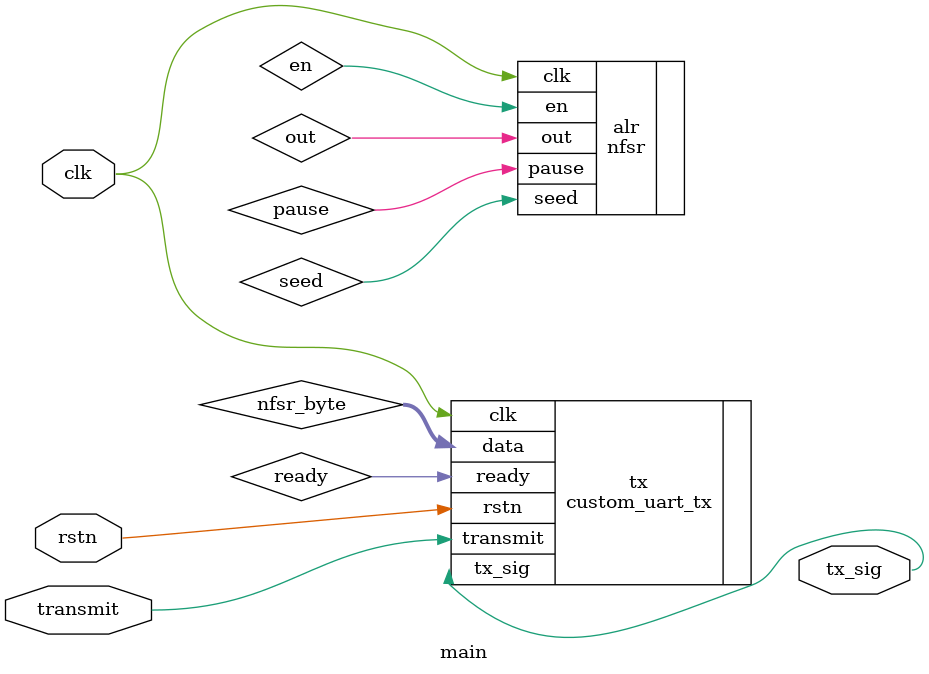
<source format=sv>
`timescale 1ns / 1ps


module main(
    input clk, rstn, transmit, 
    output tx_sig
    );
    
    logic [7:0] nfsr_byte;
    custom_uart_tx tx(  .clk(clk),
                        .rstn(rstn),
                        .data(nfsr_byte),
                        .transmit(transmit),
                        .tx_sig(tx_sig),
                        .ready(ready)
                        );
    
    nfsr alr(           .clk(clk),
                        .en(en),
                        .seed(seed),
                        .pause(pause),
                        .out(out)
                        );
endmodule

</source>
